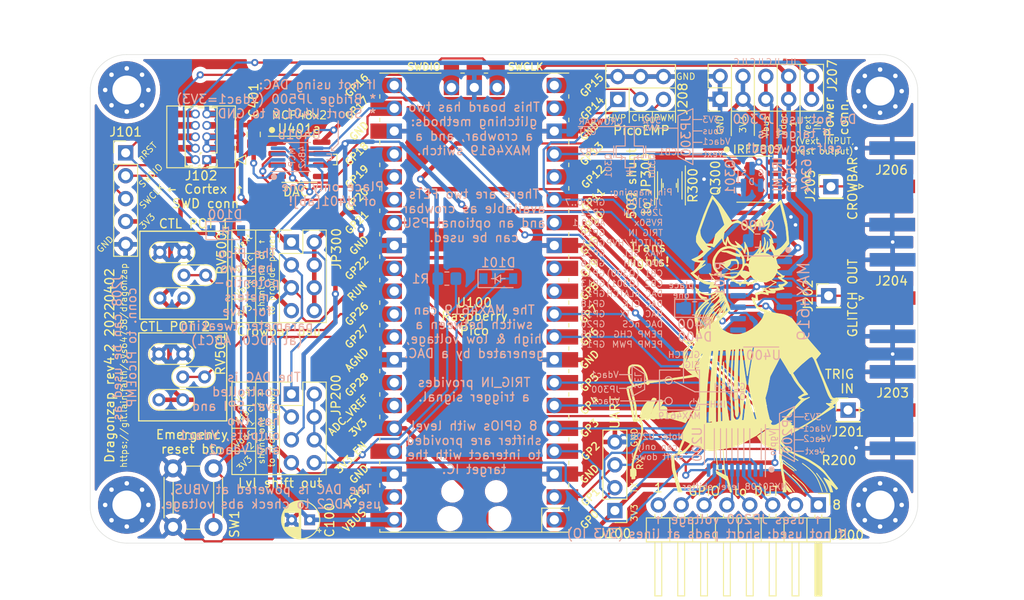
<source format=kicad_pcb>
(kicad_pcb (version 20211014) (generator pcbnew)

  (general
    (thickness 1.6)
  )

  (paper "A4")
  (title_block
    (rev "4")
  )

  (layers
    (0 "F.Cu" signal)
    (31 "B.Cu" signal)
    (32 "B.Adhes" user "B.Adhesive")
    (33 "F.Adhes" user "F.Adhesive")
    (34 "B.Paste" user)
    (35 "F.Paste" user)
    (36 "B.SilkS" user "B.Silkscreen")
    (37 "F.SilkS" user "F.Silkscreen")
    (38 "B.Mask" user)
    (39 "F.Mask" user)
    (40 "Dwgs.User" user "User.Drawings")
    (41 "Cmts.User" user "User.Comments")
    (42 "Eco1.User" user "User.Eco1")
    (43 "Eco2.User" user "User.Eco2")
    (44 "Edge.Cuts" user)
    (45 "Margin" user)
    (46 "B.CrtYd" user "B.Courtyard")
    (47 "F.CrtYd" user "F.Courtyard")
    (48 "B.Fab" user)
    (49 "F.Fab" user)
  )

  (setup
    (stackup
      (layer "F.SilkS" (type "Top Silk Screen"))
      (layer "F.Paste" (type "Top Solder Paste"))
      (layer "F.Mask" (type "Top Solder Mask") (thickness 0.01))
      (layer "F.Cu" (type "copper") (thickness 0.035))
      (layer "dielectric 1" (type "core") (thickness 1.51) (material "FR4") (epsilon_r 4.5) (loss_tangent 0.02))
      (layer "B.Cu" (type "copper") (thickness 0.035))
      (layer "B.Mask" (type "Bottom Solder Mask") (thickness 0.01))
      (layer "B.Paste" (type "Bottom Solder Paste"))
      (layer "B.SilkS" (type "Bottom Silk Screen"))
      (copper_finish "None")
      (dielectric_constraints no)
    )
    (pad_to_mask_clearance 0)
    (pcbplotparams
      (layerselection 0x00010fc_ffffffff)
      (disableapertmacros false)
      (usegerberextensions false)
      (usegerberattributes true)
      (usegerberadvancedattributes true)
      (creategerberjobfile true)
      (svguseinch false)
      (svgprecision 6)
      (excludeedgelayer true)
      (plotframeref false)
      (viasonmask false)
      (mode 1)
      (useauxorigin false)
      (hpglpennumber 1)
      (hpglpenspeed 20)
      (hpglpendiameter 15.000000)
      (dxfpolygonmode true)
      (dxfimperialunits true)
      (dxfusepcbnewfont true)
      (psnegative false)
      (psa4output false)
      (plotreference true)
      (plotvalue true)
      (plotinvisibletext false)
      (sketchpadsonfab false)
      (subtractmaskfromsilk false)
      (outputformat 1)
      (mirror false)
      (drillshape 0)
      (scaleselection 1)
      (outputdirectory "gerbers-rev4/")
    )
  )

  (net 0 "")
  (net 1 "GND")
  (net 2 "+3V3")
  (net 3 "+3.3VADC")
  (net 4 "Net-(D100-Pad1)")
  (net 5 "GPIO0")
  (net 6 "GPIO1")
  (net 7 "/controller/SWDIO")
  (net 8 "/controller/SWCLK")
  (net 9 "unconnected-(J102-Pad8)")
  (net 10 "unconnected-(J102-Pad7)")
  (net 11 "unconnected-(J102-Pad6)")
  (net 12 "Net-(J200-Pad1)")
  (net 13 "Net-(J200-Pad2)")
  (net 14 "TRIG_IN")
  (net 15 "GLITCH_OUT")
  (net 16 "Net-(J200-Pad3)")
  (net 17 "ADC0")
  (net 18 "ADC1")
  (net 19 "Net-(J200-Pad4)")
  (net 20 "Net-(J200-Pad5)")
  (net 21 "Net-(J200-Pad6)")
  (net 22 "VCC_EXT")
  (net 23 "DAC_HI")
  (net 24 "CB1_G")
  (net 25 "CB2_G")
  (net 26 "GPIO_EN")
  (net 27 "DAC_nCS")
  (net 28 "MAX_EN")
  (net 29 "GPIO2")
  (net 30 "GPIO3")
  (net 31 "GPIO4")
  (net 32 "GPIO5")
  (net 33 "GPIO6")
  (net 34 "GLITCH_SIG")
  (net 35 "GPIO7")
  (net 36 "GPIO8")
  (net 37 "GPIO9")
  (net 38 "unconnected-(U100-Pad30)")
  (net 39 "DAC_nL")
  (net 40 "DAC_CLK")
  (net 41 "DAC_TX")
  (net 42 "~{EMERG_SHDN}")
  (net 43 "unconnected-(U100-Pad39)")
  (net 44 "Net-(J200-Pad7)")
  (net 45 "DAC_LO")
  (net 46 "CROWBAR")
  (net 47 "/gpio/TAR_VCCIO")
  (net 48 "Net-(J200-Pad8)")
  (net 49 "ADC2")
  (net 50 "PICOEMP_PWM")
  (net 51 "PICOEMP_CHG")
  (net 52 "VBUS")
  (net 53 "CB_VCC")
  (net 54 "Net-(D101-Pad2)")
  (net 55 "/vccout/INHIBIT")
  (net 56 "MAX_SW_A")
  (net 57 "/vccout/hi_sel")

  (footprint "Resistor_SMD:R_0805_2012Metric_Pad1.20x1.40mm_HandSolder" (layer "F.Cu") (at 135.128 87.179 90))

  (footprint "Connector_Coaxial:SMA_Amphenol_132289_EdgeMount" (layer "F.Cu") (at 159.845 87.287))

  (footprint "MountingHole:MountingHole_3.2mm_M3_Pad_Via" (layer "F.Cu") (at 158.496 122.682))

  (footprint "Connector_PinHeader_2.54mm:PinHeader_2x04_P2.54mm_Vertical" (layer "F.Cu") (at 93.091 93.472))

  (footprint "Connector_PinHeader_2.54mm:PinHeader_2x05_P2.54mm_Vertical" (layer "F.Cu") (at 140.721 77.602 90))

  (footprint "Connector_PinHeader_2.54mm:PinHeader_1x01_P2.54mm_Vertical" (layer "F.Cu") (at 152.776 99.441))

  (footprint "Resistor_SMD:R_2010_5025Metric_Pad1.40x2.65mm_HandSolder" (layer "F.Cu") (at 135.128 87.179 90))

  (footprint "chip-bo:Potentiometer_Bourns_3386U_Vertical" (layer "F.Cu") (at 81.026 110.998))

  (footprint "Connector_PinHeader_2.54mm:PinHeader_1x08_P2.54mm_Horizontal" (layer "F.Cu") (at 151.638 122.682 -90))

  (footprint "Connector_PinHeader_2.54mm:PinHeader_2x04_P2.54mm_Vertical" (layer "F.Cu") (at 93.091 110.363))

  (footprint "Potentiometer_THT:Potentiometer_Bourns_3386F_Vertical" (layer "F.Cu") (at 78.486 99.695))

  (footprint "Connector_PinHeader_2.54mm:PinHeader_1x01_P2.54mm_Vertical" (layer "F.Cu") (at 153.03 87.317))

  (footprint "Resistor_SMD:R_0805_2012Metric_Pad1.20x1.40mm_HandSolder" (layer "F.Cu") (at 152.035 116.078 180))

  (footprint "MCU_RaspberryPi_and_Boards:RPi_Pico_SMD_TH" (layer "F.Cu") (at 113.411 100.203 180))

  (footprint "Connector_PinHeader_1.27mm:PinHeader_2x05_P1.27mm_Vertical" (layer "F.Cu") (at 83.694 84.326 180))

  (footprint "lethalbit-connectors:FTSH-105-01-L-DV-K-TR" (layer "F.Cu") (at 83.059 81.786 90))

  (footprint "Potentiometer_THT:Potentiometer_Bourns_3386F_Vertical" (layer "F.Cu") (at 78.371 110.998))

  (footprint "Resistor_SMD:R_2512_6332Metric_Pad1.40x3.35mm_HandSolder" (layer "F.Cu") (at 135.15 87.179 90))

  (footprint "chip-bo:Potentiometer_Bourns_3386U_Vertical" (layer "F.Cu") (at 81.153 99.695))

  (footprint "Capacitor_SMD:C_0805_2012Metric_Pad1.18x1.45mm_HandSolder" (layer "F.Cu") (at 88.9 81.5125 -90))

  (footprint "Capacitor_THT:CP_Radial_D4.0mm_P2.00mm" (layer "F.Cu") (at 95.123 124.333 180))

  (footprint "Resistor_SMD:R_1206_3216Metric_Pad1.30x1.75mm_HandSolder" (layer "F.Cu") (at 135.128 87.179 90))

  (footprint "MountingHole:MountingHole_3.2mm_M3_Pad_Via" (layer "F.Cu") (at 158.496 76.708))

  (footprint "Connector_PinHeader_2.54mm:PinHeader_1x01_P2.54mm_Vertical" (layer "F.Cu") (at 154.94 112.141))

  (footprint "graphics:xenia" (layer "F.Cu")
    (tedit 61C154B6) (tstamp baf18278-d51c-443e-9972-c8c9ba5d7493)
    (at 143.4789 104.902)
    (attr through_hole)
    (fp_text reference "XENIA" (at 0 0.5) (layer "F.SilkS") hide
      (effects (font (size 1 1) (thickness 0.15)))
      (tstamp 2ab096f1-5e2e-4948-88f7-ee80da352ce9)
    )
    (fp_text value "xenia" (at 0 -0.5) (layer "F.Fab")
      (effects (font (size 1 1) (thickness 0.15)))
      (tstamp fc47ad18-c916-4f04-8460-6a5fb9138c7e)
    )
    (fp_line (start -0.087449 -8.809657) (end 0.146027 -8.894909) (layer "F.SilkS") (width 0.1) (tstamp 00486478-893b-425b-a5bc-a7e44ca55943))
    (fp_line (start 2.120427 -10.202538) (end 2.241183 -10.185531) (layer "F.SilkS") (width 0.1) (tstamp 0234d303-1347-4357-9ac8-112e8e6ab5f3))
    (fp_line (start 4.330047 -6.234346) (end 4.089216 -6.498479) (layer "F.SilkS") (width 0.1) (tstamp 02d5be24-1036-4d78-b8b7-1b443d15e7c8))
    (fp_line (start 3.24756 9.045381) (end 3.4801 8.89316) (layer "F.SilkS") (width 0.1) (tstamp 0453b7e4-e0e7-4cb5-8648-bec6a813bdeb))
    (fp_line (start 0.260403 -6.891084) (end -0.332851 -6.886832) (layer "F.SilkS") (width 0.1) (tstamp 069f3316-bcd2-4604-a333-7165193738be))
    (fp_line (start -3.758068 -6.759273) (end -3.963863 -6.339774) (layer "F.SilkS") (width 0.1) (tstamp 087708f1-e1e9-4263-81e5-92e875871b86))
    (fp_line (start -9.297786 4.012324) (end -10.724534 4.222797) (layer "F.SilkS") (width 0.1) (tstamp 088a5abf-5280-4acd-9be5-182deee4161f))
    (fp_line (start 0.359176 -6.835298) (end 0.320909 -6.836064) (layer "F.SilkS") (width 0.1) (tstamp 09ddd339-86e0-4167-9e67-6513769a8304))
    (fp_line (start -11.079063 8.253324) (end -11.346087 8.129166) (layer "F.SilkS") (width 0.1) (tstamp 0a1dbe60-6997-4f4e-b4aa-4ec0085281f7))
    (fp_line (start 0.636957 -7.835127) (end 0.567013 -8.025403) (layer "F.SilkS") (width 0.1) (tstamp 0a9d52bd-4852-44a8-82f7-f0b2e974bf90))
    (fp_line (start 0.978307 -7.395325) (end 1.596288 -7.079446) (layer "F.SilkS") (width 0.1) (tstamp 0b28e9dc-79a6-45c1-9c4d-325ada2cc88d))
    (fp_line (start -0.023841 -7.012478) (end 0.260403 -6.891084) (layer "F.SilkS") (width 0.1) (tstamp 0b379b3e-c12a-4629-a430-1567b828b4a9))
    (fp_line (start -4.650002 0.989642) (end -3.764935 0.613726) (layer "F.SilkS") (width 0.1) (tstamp 0f956713-c3d9-4b4c-8b52-a74d6d57ce5b))
    (fp_line (start -0.40371 -6.811827) (end 0.321759 -6.836064) (layer "F.SilkS") (width 0.1) (tstamp 10fd1d94-746f-466c-84a0-aa85c04b7684))
    (fp_line (start 3.479802 11.455544) (end 3.948093 11.551703) (layer "F.SilkS") (width 0.1) (tstamp 1164e296-14e5-4a5e-b2f3-44f1d36e7550))
    (fp_line (start 2.98583 -11.581707) (end 2.741129 -11.748809) (layer "F.SilkS") (width 0.1) (tstamp 12ec9af5-fae0-487c-9f32-ec0f72c4cf1f))
    (fp_line (start -4.381109 -11.064391) (end -4.310739 -11.182596) (layer "F.SilkS") (width 0.1) (tstamp 13666fea-91c0-4fec-bb70-a04cdbcf337e))
    (fp_line (start -0.404795 0.395004) (end -0.462196 0.395218) (layer "F.SilkS") (width 0.1) (tstamp 1399d9fd-892e-4c6d-94d4-e65f4b8d90fb))
    (fp_line (start -1.858607 -3.896465) (end -3.018353 -2.837788) (layer "F.SilkS") (width 0.1) (tstamp 14127424-0f91-4793-8a8a-36511132b3fd))
    (fp_line (start -3.250381 11.652943) (end -2.433578 11.510927) (layer "F.SilkS") (width 0.1) (tstamp 1485f998-b07f-4385-8f35-cac19f2827b9))
    (fp_line (start -8.886174 7.308196) (end -8.901056 7.197645) (layer "F.SilkS") (width 0.1) (tstamp 156d07b6-f60e-459b-b98a-29b8c699efdc))
    (fp_line (start -12.551074 13.779714) (end -12.706696 13.860076) (layer "F.SilkS") (width 0.1) (tstamp 16a71bba-04ef-4283-a06b-f6e9ba8ea3c4))
    (fp_line (start -5.127987 3.687899) (end -5.047837 3.724891) (layer "F.SilkS") (width 0.1) (tstamp 16ec19e3-7b49-453e-80e4-246815f99f56))
    (fp_line (start 0.998035 -5.007568) (end 1.417534 -4.961009) (layer "F.SilkS") (width 0.1) (tstamp 18457aad-4f9d-4c40-a5cc-fb25084ce7be))
    (fp_line (start -5.027428 3.476363) (end -5.115231 3.542269) (layer "F.SilkS") (width 0.1) (tstamp 185cec19-d583-42a6-bbf6-9e4403a7b0ce))
    (fp_line (start -6.740291 2.002993) (end -6.697559 1.323252) (layer "F.SilkS") (width 0.1) (tstamp 19b8a416-d457-47c0-a7b0-da25cad6c5a1))
    (fp_line (start -0.007897 -7.388394) (end -0.050628 -7.071368) (layer "F.SilkS") (width 0.1) (tstamp 1c4a967a-d9ff-4163-bb2a-95ccc3501bb3))
    (fp_line (start -0.670522 -6.851881) (end -0.53786 -6.616024) (layer "F.SilkS") (width 0.1) (tstamp 1c5c7e2f-94b3-4b5e-b4ad-c0a6563fc67e))
    (fp_line (start -10.908538 4.337111) (end -10.835617 4.409819) (layer "F.SilkS") (width 0.1) (tstamp 1e0ba953-460b-4ddb-ba5b-e01c556e61f7))
    (fp_line (start 4.90149 16.307955) (end 5.210438 16.322837) (layer "F.SilkS") (width 0.1) (tstamp 1f5d8d4c-52db-4d4d-99bb-fd209dbbc195))
    (fp_line (start -1.262672 0.453299) (end -1.363656 0.468181) (layer "F.SilkS") (width 0.1) (tstamp 1f69b1f6-9fed-42d7-9e08-09f288c476bc))
    (fp_line (start 2.998458 8.928026) (end 2.798403 8.735837) (layer "F.SilkS") (width 0.1) (tstamp 1fb3f6bd-66d7-4a74-a144-ae01112ff895))
    (fp_line (start -2.982169 0.583537) (end -2.699243 0.577159) (layer "F.SilkS") (width 0.1) (tstamp 20a0f469-5ae6-4e36-8ff6-79100ece3f30))
    (fp_line (start 0.566716 -8.025531) (end 0.636661 -7.835255) (layer "F.SilkS") (width 0.1) (tstamp 21a2e357-9ad7-4e55-9783-020864723576))
    (fp_line (start -2.922258 -2.660056) (end -1.647369 -3.924825) (layer "F.SilkS") (width 0.1) (tstamp 23781219-648c-45af-8566-464b78a6f9ff))
    (fp_line (start -0.590372 -6.842654) (end -0.464088 -6.840528) (layer "F.SilkS") (width 0.1) (tstamp 23b5355a-334f-4bc1-a3a3-bcd5e8aabe03))
    (fp_line (start -0.271007 -9.616787) (end -0.136007 -9.641874) (layer "F.SilkS") (width 0.1) (tstamp 23f55bc5-218f-4c81-bcc4-297aa64fa0b2))
    (fp_line (start 7.736937 1.655947) (end 7.847488 1.605774) (layer "F.SilkS") (width 0.1) (tstamp 252382df-08a7-4b0b-8609-1072db1e998e))
    (fp_line (start -1.871555 -11.918931) (end -1.940225 -12.001419) (layer "F.SilkS") (width 0.1) (tstamp 2566906f-dee1-4d49-aa89-42683ad37200))
    (fp_line (start -2.231462 -13.327246) (end -3.235395 -12.265232) (layer "F.SilkS") (width 0.1) (tstamp 25b94296-ce9e-441c-ba5a-3999d9179a7f))
    (fp_line (start 4.695249 -11.592294) (end 4.867028 -11.229431) (layer "F.SilkS") (width 0.1) (tstamp 2609c5fc-6f5a-49bd-a40b-c12eaada5a92))
    (fp_line (start 4.588609 8.485737) (end 4.879742 8.498492) (layer "F.SilkS") (width 0.1) (tstamp 275e3c89-0d83-4a85-9571-5807c3e775e6))
    (fp_line (start 1.219052 9.973394) (end 1.334493 9.873048) (layer "F.SilkS") (width 0.1) (tstamp 276b13d7-0a57-419c-8da2-e837b16f8ff4))
    (fp_line (start 0.832973 -5.261113) (end 0.774721 -5.194995) (layer "F.SilkS") (width 0.1) (tstamp 27f73be5-5b6d-4dcd-9c2b-08178b3c0f10))
    (fp_line (start 3.878467 -6.660457) (end 3.824042 -6.69915) (layer "F.SilkS") (width 0.1) (tstamp 284e6dc9-3ac5-4cda-bd41-857fb98d4679))
    (fp_line (start -4.421864 -8.927692) (end -5.015118 -8.576139) (layer "F.SilkS") (width 0.1) (tstamp 28797dd3-5c25-40ea-9029-91b4bdf67bc8))
    (fp_line (start -6.053407 10.967866) (end -5.922871 11.018039) (layer "F.SilkS") (width 0.1) (tstamp 28d5ed17-1bf9-4c62-b49a-5fe63f5fcad7))
    (fp_line (start -3.125587 -6.648084) (end -3.692013 -6.537745) (layer "F.SilkS") (width 0.1) (tstamp 292a37f1-a8d7-4049-8d9e-d154cb6269d5))
    (fp_line (start -3.963863 -6.339774) (end -3.148187 -6.432892) (layer "F.SilkS") (width 0.1) (tstamp 29d26dd1-1c9b-4097-8348-63ab0c86a559))
    (fp_line (start -0.136007 -9.641597) (end -0.271007 -9.616511) (layer "F.SilkS") (width 0.1) (tstamp 2b1d77fe-f78d-4ff8-b505-0f28f2dbc7c6))
    (fp_line (start -2.567432 -10.399893) (end -2.567432 -10.400064) (layer "F.SilkS") (width 0.1) (tstamp 2d8c2e79-0ca6-4cac-bd97-7ed59984e6ca))
    (fp_line (start -3.612693 8.448277) (end -3.623323 8.650245) (layer "F.SilkS") (width 0.1) (tstamp 2db2a178-64e5-43fc-91c6-f6bb623ee10e))
    (fp_line (start 0.831253 0.253265) (end 1.081438 0.212021) (layer "F.SilkS") (width 0.1) (tstamp 2e9befe8-1ba6-44c4-8c0c-2f6b67d813e8))
    (fp_line (start -2.265074 13.818492) (end -2.151546 14.500359) (layer "F.SilkS") (width 0.1) (tstamp 2f15d41d-727f-4089-af4d-eed812228f8d))
    (fp_line (start -3.465554 0.613726) (end -2.982169 0.583537) (layer "F.SilkS") (width 0.1) (tstamp 2f4fca68-ad3d-42af-a65a-2dfd84c64f23))
    (fp_line (start 3.824042 -6.69915) (end 3.76579 -6.598166) (layer "F.SilkS") (width 0.1) (tstamp 2f8fab55-05ca-4686-80f5-c3c168b9b405))
    (fp_line (start 3.802463 11.057008) (end 4.193772 10.248454) (layer "F.SilkS") (width 0.1) (tstamp 2fa1b765-b805-47fc-bf33-7549704c7989))
    (fp_line (start 4.525042 15.474081) (end 4.581806 15.914436) (layer "F.SilkS") (width 0.1) (tstamp 318e2232-f227-48be-bc7e-28bc039cbe1a))
    (fp_line (start 0.320909 -6.836064) (end 0.323034 -6.596465) (layer "F.SilkS") (width 0.1) (tstamp 31dcfa14-92b3-40c0-9b7e-3e11dc0058e1))
    (fp_line (start -1.479203 -7.201053) (end -1.470699 -7.127281) (layer "F.SilkS") (width 0.1) (tstamp 321f985d-c802-49a4-b839-d957d45e8880))
    (fp_line (start -2.768188 -9.031568) (end -2.728921 -9.000571) (layer "F.SilkS") (width 0.1) (tstamp 328d1402-4958-47d2-b0f1-71018e3fb92d))
    (fp_line (start -0.523191 -6.729339) (end -0.516813 -6.620064) (layer "F.SilkS") (width 0.1) (tstamp 32e61bfc-d546-4722-ac49-cbb99c79a789))
    (fp_line (start -4.310717 -11.182319) (end -4.381087 -11.064115) (layer "F.SilkS") (width 0.1) (tstamp 3333a437-094a-4126-981c-1a90640c11d7))
    (fp_line (start -0.53786 -6.616024) (end -0.522978 -6.728701) (layer "F.SilkS") (width 0.1) (tstamp 33ea8dc4-877d-4756-9eec-56ecc269d0d6))
    (fp_line (start -2.42565 8.523069) (end -2.710361 8.529447) (layer "F.SilkS") (width 0.1) (tstamp 351d5969-2e3a-436e-a584-701985869a16))
    (fp_line (start -3.548467 -11.102808) (end -3.680278 -11.20443) (layer "F.SilkS") (width 0.1) (tstamp 36bf2b67-6c66-4f57-9dcc-180452d3e2dc))
    (fp_line (start -10.667452 4.294378) (end -10.705294 4.290126) (layer "F.SilkS") (width 0.1) (tstamp 38dc9787-3773-4a65-9eac-77f34d6df8dc))
    (fp_line (start -12.671829 14.588332) (end -12.551286 14.590458) (layer "F.SilkS") (width 0.1) (tstamp 3949f8f3-4972-460a-90a0-6906b5d7ca76))
    (fp_line (start 3.981279 10.706561) (end 3.921327 10.860227) (layer "F.SilkS") (width 0.1) (tstamp 3b861d3c-b38d-4322-b67b-d95ab0619cc6))
    (fp_line (start 9.914625 6.87845) (end 9.630849 6.725166) (layer "F.SilkS") (width 0.1) (tstamp 3bf5a303-d45e-4366-b8e2-9eef9aa4ea37))
    (fp_line (start -1.955062 14.629087) (end -1.482966 16.326622) (layer "F.SilkS") (width 0.1) (tstamp 3d234cf4-d2a0-4b1e-b0ed-33b40ca1bbce))
    (fp_line (start -2.482371 0.53921) (end -2.699349 0.578328) (layer "F.SilkS") (width 0.1) (tstamp 3d6a7394-0229-439d-98ea-24fb7b7d0870))
    (fp_line (start -5.819251 -0.058596) (end -5.782259 -0.164257) (layer "F.SilkS") (width 0.1) (tstamp 3ecd5e71-045c-45dd-959d-3e97c8e33089))
    (fp_line (start -3.785279 -2.270788) (end -4.94377 -1.700982) (layer "F.SilkS") (width 0.1) (tstamp 3f60471a-e684-4c40-916a-dc05757982ce))
    (fp_line (start 3.76579 -6.598166) (end 3.956065 -6.349596) (layer "F.SilkS") (width 0.1) (tstamp 3f775266-cc7f-49e6-b89d-e69ba5f3895e))
    (fp_line (start 3.761942 -7.448985) (end 4.562098 -6.916851) (layer "F.SilkS") (width 0.1) (tstamp 401fc27b-55c2-4d17-b7a9-17271cdee251))
    (fp_line (start -3.619092 -4.014223) (end -4.053048 -3.440186) (layer "F.SilkS") (width 0.1) (tstamp 41e173df-b769-4562-86b0-af2aff66057d))
    (fp_line (start 0.321759 -6.836064) (end 0.360027 -6.835298) (layer "F.SilkS") (width 0.1) (tstamp 43797be8-9d42-485f-bc6b-0544d45927b2))
    (fp_line (start 10.256122 6.014427) (end 10.165768 5.934065) (layer "F.SilkS") (width 0.1) (tstamp 4459b91b-d937-4427-a170-e7027c4df452))
    (fp_line (start -1.482966 16.326622) (end -1.613502 16.326622) (layer "F.SilkS") (width 0.1) (tstamp 46605a33-9342-4627-adea-08a0c3dd1775))
    (fp_line (start -2.364145 -5.272232) (end -2.325452 -5.192508) (layer "F.SilkS") (width 0.1) (tstamp 47476406-4d27-4820-aefe-eb91485cd792))
    (fp_line (start -1.200487 -7.170056) (end -1.200487 -7.170056) (layer "F.SilkS") (width 0.1) (tstamp 47bd3e42-5e60-4145-b4ff-ba2ead23635e))
    (fp_line (start -10.724534 4.222797) (end -10.772326 4.101105) (layer "F.SilkS") (width 0.1) (tstamp 487c4890-ae05-4d1e-8757-f717bdd9f770))
    (fp_line (start -1.29977 -7.131533) (end -0.950173 -6.910133) (layer "F.SilkS") (width 0.1) (tstamp 48f5ac3f-19ad-4208-9449-373c6d6bed43))
    (fp_line (start -0.419655 -9.922015) (end -0.584419 -9.95518) (layer "F.SilkS") (width 0.1) (tstamp 499f0043-d011-4c69-b76f-552cc2e709c0))
    (fp_line (start -10.859577 4.243461) (end -10.870207 4.151406) (layer "F.SilkS") (width 0.1) (tstamp 4b724a58-7782-4fb0-85bb-73cee8bfacec))
    (fp_line (start -3.623323 8.650245) (end -4.324302 8.722316) (layer "F.SilkS") (width 0.1) (tstamp 4c7ee18f-1e28-4990-b358-0d20ba5f3a19))
    (fp_line (start 2.278047 -6.178114) (end 2.254661 -6.053744) (layer "F.SilkS") (width 0.1) (tstamp 4cd7b6b4-85c9-4884-8f10-e79b6ed8c90b))
    (fp_line (start -10.857408 4.242058) (end -10.859577 4.243461) (layer "F.SilkS") (width 0.1) (tstamp 4cf1650d-f012-4b15-ad31-a94564f120f8))
    (fp_line (start 0.636661 -7.835255) (end 0.978307 -7.395325) (layer "F.SilkS") (width 0.1) (tstamp 4d1172a0-a1e6-4e5d-b676-3dfbdc70f814))
    (fp_line (start 4.368889 -7.671512) (end 4.228999 -7.648126) (layer "F.SilkS") (width 0.1) (tstamp 4ea04a5a-7a78-43fb-87d5-86eb2afcea5f))
    (fp_line (start 10.027621 6.192797) (end 10.256122 6.014427) (layer "F.SilkS") (width 0.1) (tstamp 51b18456-8852-4cce-ad37-628dd1c4103a))
    (fp_line (start 0.975627 -7.108827) (end 0.990509 -7.046749) (layer "F.SilkS") (width 0.1) (tstamp 52064152-4b25-4796-8ab1-2e49f3df562c))
    (fp_line (start 5.077543 8.647949) (end 4.922346 8.701524) (layer "F.SilkS") (width 0.1) (tstamp 53bc95a0-a6b5-4bd3-8806-205d384c6e1c))
    (fp_line (start -2.943709 -5.906668) (end -2.916242 -5.843484) (layer "F.SilkS") (width 0.1) (tstamp 54c05bf1-249d-4ed0-aee6-f8cef4715275))
    (fp_line (start 4.587334 8.28802) (end 4.484224 8.388366) (layer "F.SilkS") (width 0.1) (tstamp 54d05816-bdfa-450b-939f-fffbc2d3c01c))
    (fp_line (start -3.764935 0.613726) (end -3.465554 0.613726) (layer "F.SilkS") (width 0.1) (tstamp 56614d25-92fe-4928-ba13-f50ff5bf48ed))
    (fp_line (start 5.210438 16.322837) (end 4.525042 15.474081) (layer "F.SilkS") (width 0.1) (tstamp 57d20178-cd72-4cdf-a6b0-742aea76d37b))
    (fp_line (start -0.446932 -6.922464) (end -0.749927 -6.933093) (layer "F.SilkS") (width 0.1) (tstamp 58166378-73e4-4c77-abf1-b61da426c963))
    (fp_line (start -7.002722 16.306531) (end -7.404278 16.31157) (layer "F.SilkS") (width 0.1) (tstamp 5964804a-9ffe-4905-9f1b-c960fc5465a3))
    (fp_line (start -8.901056 7.197645) (end -8.941025 7.197645) (layer "F.SilkS") (width 0.1) (tstamp 59f58cc4-3f08-4913-804c-7831fc56d6da))
    (fp_line (start 1.092131 -7.182599) (end 0.975627 -7.108827) (layer "F.SilkS") (width 0.1) (tstamp 5ac91684-976e-43dc-b66d-88fa3cf7602b))
    (fp_line (start 7.847488 1.605774) (end 8.38802 0.97155) (layer "F.SilkS") (width 0.1) (tstamp 5c52001a-44b6-4827-8867-9a065693af27))
    (fp_line (start 5.416744 9.020209) (end 5.234122 9.134162) (layer "F.SilkS") (width 0.1) (tstamp 5c5e0318-a0e1-4f94-8225-4bad5445ea6d))
    (fp_line (start 9.500845 16.316587) (end 9.731897 16.316587) (layer "F.SilkS") (width 0.1) (tstamp 5cdfe313-8605-4373-9a45-7b9f1b58e8c5))
    (fp_line (start -12.612153 4.669636) (end -12.765862 4.730652) (layer "F.SilkS") (width 0.1) (tstamp 5d6e084a-605f-4d05-bcd6-23a747bd3e0e))
    (fp_line (start -5.125052 3.690641) (end -5.114422 3.531405) (layer "F.SilkS") (width 0.1) (tstamp 5e0252fd-2729-4e36-b2cc-c7766dba6189))
    (fp_line (start -12.765862 4.730652) (end -12.281945 6.716322) (layer "F.SilkS") (width 0.1) (tstamp 5e807c14-eb72-4699-ac5c-0e22b3b90689))
    (fp_line (start -3.415423 -5.326615) (end -3.508541 -5.332993) (layer "F.SilkS") (width 0.1) (tstamp 5ef3d067-71f0-41ac-ba39-98068649edc9))
    (fp_line (start -3.680278 -11.20443) (end -4.310717 -11.182319) (layer "F.SilkS") (width 0.1) (tstamp 600a3b4b-ae4b-4461-b5a0-b102a630e6e4))
    (fp_line (start -0.516813 -6.620064) (end -0.40371 -6.811827) (layer "F.SilkS") (width 0.1) (tstamp 606c3e55-7d61-412d-adac-41bf5f1f1a73))
    (fp_line (start -3.763999 0.614406) (end -4.65096 0.989557) (layer "F.SilkS") (width 0.1) (tstamp 61bd4437-060d-40c1-add9-cb29405c70c7))
    (fp_line (start -12.324316 14.531951) (end -12.328568 14.687573) (layer "F.SilkS") (width 0.1) (tstamp 61d9b81b-8499-4933-91ed-7a8972810007))
    (fp_line (start -6.730724 2.520138) (end -6.790889 2.401721) (layer "F.SilkS") (width 0.1) (tstamp 62b6ceae-4979-4c7f-9abb-9d942b9ab846))
    (fp_line (start -0.023819 -7.012265) (end -0.050733 -7.071495) (layer "F.SilkS") (width 0.1) (tstamp 633ad3b8-63c2-4a66-ba43-ec1b2327d590))
    (fp_line (start 2.575111 -5.582519) (end 2.566607 -5.800008) (layer "F.SilkS") (width 0.1) (tstamp 6349601a-3c16-49a3-9c53-44ba3301fa17))
    (fp_line (start -12.123177 8.513863) (end -11.715753 8.379501) (layer "F.SilkS") (width 0.1) (tstamp 634c972d-457b-4606-97bd-158cc6774626))
    (fp_line (start -1.200487 -7.170056) (end -1.189857 -7.253607) (layer "F.SilkS") (width 0.1) (tstamp 644c1aa7-bb47-43ff-9985-f1193c633b37))
    (fp_line (start -0.097144 8.381542) (end -0.383216 8.400676) (layer "F.SilkS") (width 0.1) (tstamp 64d7714a-7974-44e3-aea4-f93dec72bbab))
    (fp_line (start -2.982275 0.584047) (end -3.46566 0.614236) (layer "F.SilkS") (width 0.1) (tstamp 65672bfe-b9ee-41a0-973c-1f20f79e074b))
    (fp_line (start -0.522978 -6.728701) (end -0.590372 -6.842654) (layer "F.SilkS") (width 0.1) (tstamp 66ae6362-5d73-429e-895c-b93ac4034e8b))
    (fp_line (start -2.922257 -2.659503) (end -3.018352 -2.837236) (layer "F.SilkS") (width 0.1) (tstamp 67696688-aeb4-4c05-bfdd-17ff57e0fa8a))
    (fp_line (start 4.463814 8.29865) (end 4.587334 8.28802) (layer "F.SilkS") (width 0.1) (tstamp 6adb7440-4967-4c53-ab45-3e8efe9276db))
    (fp_line (start -0.552019 -7.920528) (end -0.353877 -8.180791) (layer "F.SilkS") (width 0.1) (tstamp 6b210527-4628-4b35-bcc0-57c051da3023))
    (fp_line (start 1.550897 -10.19699) (end 1.669101 -10.238234) (layer "F.SilkS") (width 0.1) (tstamp 6f6d94a2-ff06-468f-93cb-7d1121493be0))
    (fp_line (start 5.099335 3.181341) (end 5.269838 3.103317) (layer "F.SilkS") (width 0.1) (tstamp 6faf2824-be38-492e-a01b-4c105834407a))
    (fp_line (start -4.244621 -5.197036) (end -4.324345 -5.268894) (layer "F.SilkS") (width 0.1) (tstamp 6fe73f15-5d69-4a4e-893e-03eb09e9b7d7))
    (fp_line (start 1.655283 -10.326037) (end 1.550897 -10.19699) (layer "F.SilkS") (width 0.1) (tstamp 71407632-595c-426e-b6ae-4fb2a403e147))
    (fp_line (start 1.551599 -10.196373) (end 1.654071 -10.325909) (layer "F.SilkS") (width 0.1) (tstamp 71e17ce2-3f5c-4367-9839-08c5c57f36de))
    (fp_line (start -10.85964 4.243567) (end -10.851137 4.309473) (layer "F.SilkS") (width 0.1) (tstamp 7222796c-3f24-42f8-95ec-33d97cdbe82f))
    (fp_line (start -10.870207 4.151406) (end -12.356801 4.505467) (layer "F.SilkS") (width 0.1) (tstamp 7332bdd2-7696-49e9-b942-e09fe05346ae))
    (fp_line (start -12.555538 14.874192) (end -12.244166 14.849105) (layer "F.SilkS") (width 0.1) (tstamp 73bf2484-d5f9-4ce1-ab83-d710b7907529))
    (fp_line (start -0.050628 -7.071368) (end -0.023841 -7.012478) (layer "F.SilkS") (width 0.1) (tstamp 75ebcaaf-8f91-4bce-95da-35daf284b36b))
    (fp_line (start -2.023604 -4.398792) (end -2.056557 -4.497672) (layer "F.SilkS") (width 0.1) (tstamp 76bcc96a-79c2-4aa1-a653-745cf373720e))
    (fp_line (start 0.360027 -6.835298) (end 0.467176 -6.79129) (layer "F.SilkS") (width 0.1) (tstamp 7879fd6d-8523-40e9-ac87-65ed2628002c))
    (fp_line (start 3.26967 -5.791504) (end 3.374481 -5.900354) (layer "F.SilkS") (width 0.1) (tstamp 78c24dc1-6743-421c-b77c-2fe33b473e4c))
    (fp_line (start -1.470699 -7.127281) (end -1.29977 -7.131533) (layer "F.SilkS") (width 0.1) (tstamp 7923463f-888c-4fc0-b98f-03078496b1b6))
    (fp_line (start 1.596288 -7.079446) (end 2.337853 -6.991643) (layer "F.SilkS") (width 0.1) (tstamp 7a78aae9-59d5-44fd-a5a4-d12a5851aac3))
    (fp_line (start -6.744393 10.596839) (end -5.920744 11.018719) (layer "F.SilkS") (width 0.1) (tstamp 7af554a0-1aea-4bf6-b62d-f529a38d9de6))
    (fp_line (start 3.74706 -7.542316) (end 3.761942 -7.448985) (layer "F.SilkS") (width 0.1) (tstamp 7d46158a-6f68-4d38-be89-e25c900413e7))
    (fp_line (start 3.948093 11.551703) (end 3.802463 11.057008) (layer "F.SilkS") (width 0.1) (tstamp 7f1cd457-f3e0-4118-9041-74f0c4e433d8))
    (fp_line (start 3.952132 10.372397) (end 3.479802 11.455544) (layer "F.SilkS") (width 0.1) (tstamp 7f25c6dd-2bd2-4dba-b030-ccbee8cc0425))
    (fp_line (start 4.867007 -11.229325) (end 4.695227 -11.592231) (layer "F.SilkS") (width 0.1) (tstamp 801e609c-68c5-4efc-a779-888769f67fd8))
    (fp_line (start 9.552655 6.270651) (end 9.957527 6.281281) (layer "F.SilkS") (width 0.1) (tstamp 816dc656-ef63-4b7e-ba23-93c421a09dd9))
    (fp_line (start -10.835617 4.409819) (end -10.692538 4.354544) (layer "F.SilkS") (width 0.1) (tstamp 81a6647b-fb92-470f-859a-839cff2bfa41))
    (fp_line (start -2.265074 13.81847) (end -2.435578 11.510119) (layer "F.SilkS") (width 0.1) (tstamp 823a9a53-cb4b-4f57-9558-1ba1cf975f33))
    (fp_line (start 5.09942 3.182085) (end 5.099335 3.181341) (layer "F.SilkS") (width 0.1) (tstamp 832a8494-eaf2-41bb-a79b-9bd3869ba972))
    (fp_line (start -2.839558 -5.555073) (end -2.839345 -5.555094) (layer "F.SilkS") (width 0.1) (tstamp 84ce0be5-0412-4bdd-83e3-854a7a710ced))
    (fp_line (start -2.790809 -5.240427) (end -2.57719 -5.718179) (layer "F.SilkS") (width 0.1) (tstamp 84d2254b-f203-44d6-b45c-79b312eb19ef))
    (fp_line (start -3.983039 8.479741) (end -3.612693 8.448277) (layer "F.SilkS") (width 0.1) (tstamp 881ba6c1-962a-43e8-acdf-1c75a4cb2656))
    (fp_line (start 2.911548 -11.493032) (end 3.13129 -11.295316) (layer "F.SilkS") (width 0.1) (tstamp 8b34cb3e-4808-4723-abeb-99f377bbe23f))
    (fp_line (start -0.578892 -9.823156) (end -0.419655 -9.922015) (layer "F.SilkS") (width 0.1) (tstamp 8b609dc3-d402-489e-93c7-a8286dd10662))
    (fp_line (start -3.013421 -6.014668) (end -3.06859 -6.173224) (layer "F.SilkS") (width 0.1) (tstamp 902a411f-6335-4f06-8cf1-f0ed80a2cb8a))
    (fp_line (start -0.332851 -6.886832) (end -0.023819 -7.012265) (layer "F.SilkS") (width 0.1) (tstamp 910b5ca3-160a-4289-ac0e-edddfbb8cc23))
    (fp_line (start 4.879742 8.498492) (end 4.786411 8.608406) (layer "F.SilkS") (width 0.1) (tstamp 92425964-3db1-4a0a-86ee-ecbd90311ff8))
    (fp_line (start -2.68655 -9.085993) (end -2.768188 -9.031568) (layer "F.SilkS") (width 0.1) (tstamp 92f206ba-0b74-4aff-a139-97255e30fd4b))
    (fp_line (start -2.699243 0.577159) (end -2.482265 0.538041) (layer "F.SilkS") (width 0.1) (tstamp 9374eae1-1721-491f-8000-bfbbb5c8d606))
    (fp_line (start 5.423717 9.377374) (end 5.570623 9.455611) (layer "F.SilkS") (width 0.1) (tstamp 946a8f93-f8a6-49ed-be65-22cf14da1914))
    (fp_line (start -10.705294 4.290126) (end -10.773113 4.101764) (layer "F.SilkS") (width 0.1) (tstamp 96b8b711-f40d-4aae-a044-c048034ee1fe))
    (fp_line (start 3.55787 -8.163018) (end 3.585933 -8.535108) (layer "F.SilkS") (width 0.1) (tstamp 97eaa1e2-9166-4553-a1d6-ea99a7ba73fb))
    (fp_line (start -2.093805 0.514655) (end -1.899489 4.624204) (layer "F.SilkS") (width 0.1) (tstamp 9a3dec6c-1ff7-4f04-98b4-bff75dbe2572))
    (fp_line (start -7.212683 10.307067) (end -6.744393 10.596839) (layer "F.SilkS") (width 0.1) (tstamp 9aa35107-bd21-4263-aaeb-f87889d0726a))
    (fp_line (start -8.961434 7.519094) (end -8.918702 7.383456) (layer "F.SilkS") (width 0.1) (tstamp 9c77e549-bc3d-407e-a17f-1f44a0465725))
    (fp_line (start 9.062594 6.501448) (end 9.545575 6.870816) (layer "F.SilkS") (width 0.1) (tstamp 9d0a9958-db67-4fa2-a63a-2635acbcaff5))
    (fp_line (start 1.219116 9.972799) (end 1.219052 9.973394) (layer "F.SilkS") (width 0.1) (tstamp 9d53a803-c2dd-44df-9adf-3a36ecbb9623))
    (fp_line (start -10.851137 4.309473) (end -10.908538 4.337111) (layer "F.SilkS") (width 0.1) (tstamp 9d93c53b-c8ce-4a41-8871-5169db872dd3))
    (fp_line (start -0.464088 -6.840528) (end -0.523191 -6.729339) (layer "F.SilkS") (width 0.1) (tstamp 9f3effa9-36c1-499e-8002-787a37d4e90a))
    (fp_line (start -12.443584 14.541092) (end -12.110825 14.518557) (layer "F.SilkS") (width 0.1) (tstamp 9f755b79-98ed-4b7f-b7d5-fc8b011a6083))
    (fp_line (start -0.462154 0.396301) (end -0.404752 0.396089) (layer "F.SilkS") (width 0.1) (tstamp a03f12ee-4c0a-46b5-9d34-c9c5f676bfdc))
    (fp_line (start -0.753754 -8.930796) (end -0.760132 -9.099812) (layer "F.SilkS") (width 0.1) (tstamp a2514bdf-7683-4b2c-bb81-487c8fa57d73))
    (fp_line (start 2.798403 8.735837) (end 2.94212 8.502787) (layer "F.SilkS") (width 0.1) (tstamp a25f08da-163d-4d49-ab74-017e99d1903e))
    (fp_line (start 3.301453 -9.46597) (end 3.588121 -8.53481) (layer "F.SilkS") (width 0.1) (tstamp a261e796-25d7-477c-be76-97f041d1e6b6))
    (fp_line (start -12.208875 14.527699) (end -12.324316 14.531951) (layer "F.SilkS") (width 0.1) (tstamp a273aabd-9b0c-4eb2-9ce1-0a72077650f3))
    (fp_line (start 10.153777 16.03534) (end 10.286013 15.948388) (layer "F.SilkS") (width 0.1) (tstamp a2a59f0e-cde4-498b-8904-d92a12bff2f0))
    (fp_line (start -1.612056 0.483573) (end -1.363486 0.468691) (layer "F.SilkS") (width 0.1) (tstamp a2fc975e-e27d-4dbe-8a0b-341931ded9a6))
    (fp_line (start 5.58019 9.318272) (end 5.423717 9.377374) (layer "F.SilkS") (width 0.1) (tstamp a323f70c-afa2-4c2a-b732-5b77a8cbc996))
    (fp_line (start -1.472081 8.437583) (end -1.785579 8.469473) (layer "F.SilkS") (width 0.1) (tstamp a4c343d5-a6fd-4619-9a83-930a86997c7d))
    (fp_line (start -8.918702 7.383456) (end -8.770521 7.262913) (layer "F.SilkS") (width 0.1) (tstamp a71b8db9-7af6-4a4f-a0c5-fd086e8c47a8))
    (fp_line (start 0.017488 -7.081572) (end 0.065961 -7.361267) (layer "F.SilkS") (width 0.1) (tstamp a77dd63f-3f22-4865-9e78-693ed1d0221c))
    (fp_line (start -0.714593 0.406931) (end -0.462154 0.396301) (layer "F.SilkS") (width 0.1) (tstamp a858f438-2835-4c8f-8f9f-d091eac5a697))
    (fp_line (start 0.365554 -6.704763) (end 0.359176 -6.835298) (layer "F.SilkS") (width 0.1) (tstamp a8bb4afa-35b0-41db-8d99-8ea42d121830))
    (fp_line (start -4.017458 -4.642983) (end -4.118655 -4.734613) (layer "F.SilkS") (width 0.1) (tstamp a9a751bd-7c65-4095-9e42-f665535dba2e))
    (fp_line (start 2.337853 -6.991643) (end 2.882955 -7.225459) (layer "F.SilkS") (width 0.1) (tstamp a9d6e118-1126-476c-be4f-98f751cb96f6))
    (fp_line (start -12.091032 8.313426) (end -12.251756 8.313426) (layer "F.SilkS") (width 0.1) (tstamp ab2163be-385c-49c1-84b2-d21172b217d2))
    (fp_line (start -3.195575 14.016357) (end -1.955062 14.629087) (layer "F.SilkS") (width 0.1) (tstamp abc144f2-0768-45ca-8040-fb36089127a7))
    (fp_line (start -10.87027 4.151512) (end -10.85964 4.243567) (layer "F.SilkS") (width 0.1) (tstamp ac2b5221-dae8-473a-b258-1240f226ee32))
    (fp_line (start -6.083766 0.076404) (end -5.819251 -0.058596) (layer "F.SilkS") (width 0.1) (tstamp ae1a820b-f252-45fc-a06e-4a7cb7959ffc))
    (fp_line (start -0.404752 0.396089) (end -0.142746 0.3659) (layer "F.SilkS") (width 0.1) (tstamp aefe398d-e17c-4e19-992b-b360a5a5a779))
    (fp_line (start 5.004133 3.149642) (end 5.10129 3.181957) (layer "F.SilkS") (width 0.1) (tstamp afaa94e1-65c3-4b6f-9c68-5ac59bc472d1))
    (fp_line (start 10.384191 6.087349) (end 10.027621 6.192797) (layer "F.SilkS") (width 0.1) (tstamp afd35155-2680-4da0-a254-feec9f925517))
    (fp_line (start 2.241183 -10.185531) (end 2.422529 -10.528877) (layer "F.SilkS") (width 0.1) (tstamp b12cdff5-1a28-488f-bb8d-4bd1944d9750))
    (fp_line (start 10.286013 15.948388) (end 8.789979 14.029963) (layer "F.SilkS") (width 0.1) (tstamp b19cabe8-0c6d-451e-bfeb-2fcea82d2608))
    (fp_line (start -3.195469 14.016336) (end -3.195575 14.016357) (layer "F.SilkS") (width 0.1) (tstamp b29c3d1a-bb57-4e68-88ff-a0471bee36d3))
    (fp_line (start -4.555758 -1.880139) (end -4.770185 -1.786787) (layer "F.SilkS") (width 0.1) (tstamp b3396681-51a0-4ddb-b63f-251412419335))
    (fp_line (start -0.950855 -13.622907) (end -0.731411 -13.622907) (layer "F.SilkS") (width 0.1) (tstamp b3d452e4-0558-44e2-b1c9-373e568f7de0))
    (fp_line (start -1.389912 -7.251651) (end -1.479203 -7.201053) (layer "F.SilkS") (width 0.1) (tstamp b4248c5b-0aa5-47e6-8c9f-dcd81c5483ee))
    (fp_line (start -3.692013 -6.537745) (end -3.495785 -6.948273) (layer "F.SilkS") (width 0.1) (tstamp b498dffb-cfee-4cb0-974c-848e3f710666))
    (fp_line (start -2.548723 -6.087781) (end -2.738786 -5.688011) (layer "F.SilkS") (width 0.1) (tstamp b71d1072-ae2d-49ad-8cc4-6755a10b9d34))
    (fp_line (start -2.482265 0.538041) (end -2.093805 0.514655) (layer "F.SilkS") (width 0.1) (tstamp b7256dee-230d-4653-bad5-866a3ef6aa44))
    (fp_line (start 4.267905 -7.539488) (end 4.368889 -7.671512) (layer "F.SilkS") (width 0.1) (tstamp b87dacec-d770-4fac-bfe1-efb923046bde))
    (fp_line (start -1.189857 -7.253607) (end -1.389912 -7.251651) (layer "F.SilkS") (width 0.1) (tstamp ba403a2a-5472-4226-a5d1-0a23e7d66edd))
    (fp_line (start -8.770521 7.262913) (end -8.810915 7.21274) (layer "F.SilkS") (width 0.1) (tstamp bbce8f98-4aca-469a-9837-32a9818170a6))
    (fp_line (start 5.10129 3.181957) (end 5.271794 3.103934) (layer "F.SilkS") (width 0.1) (tstamp bcaa163f-1a67-400f-b78e-c162f92c8e47))
    (fp_line (start -5.115231 3.542269) (end -5.127987 3.687899) (layer "F.SilkS") (width 0.1) (tstamp bd3ba98d-d2d7-4d86-9b2d-33dad2eac79f))
    (fp_line (start -13.04073 4.7092) (end -13.11599 4.844838) (layer "F.SilkS") (width 0.1) (tstamp bfe0cc57-3c62-4d4e-b119-5e8302e94e4d))
    (fp_line (start 2.94212 8.502787) (end 2.707113 8.306559) (layer "F.SilkS") (width 0.1) (tstamp c09fd7f1-a334-4ec4-a220-e985605306ee))
    (fp_line (start -6.790889 2.401721) (end -6.940346 2.395343) (layer "F.SilkS") (width 0.1) (tstamp c32eaa5b-78c2-4826-b43f-df6d970efaf8))
    (fp_line (start -5.65404 3.373126) (end -5.490765 3.472622) (layer "F.SilkS") (width 0.1) (tstamp c340e49e-f635-4f5a-8d46-5b209fa63b31))
    (fp_line (start 3.557401 -8.162274) (end 3.530613 -8.09403) (layer "F.SilkS") (width 0.1) (tstamp c4d70ee4-e581-49d7-a356-429f4c894ae1))
    (fp_line (start -5.490765 3.472622) (end -7.838808 3.820986) (layer "F.SilkS") (width 0.1) (tstamp c4e22290-d247-4c4b-b64f-48ce69f7dada))
    (fp_line (start 0.426188 -8.688901) (end 0.566716 -8.025531) (layer "F.SilkS") (width 0.1) (tstamp c4f4a549-e6f5-496a-9563-4a841ee07124))
    (fp_line (start -6.682039 1.944741) (end -6.740291 2.002993) (layer "F.SilkS") (width 0.1) (tstamp c56f63ab-855c-40f2-a369-d65080c720e0))
    (fp_line (start -5.020625 -8.48823) (end -4.421864 -8.927692) (layer "F.SilkS") (width 0.1) (tstamp c5c5c032-e127-4fa8-a41a-e56835647d83))
    (fp_line (start -10.692538 4.354544) (end -10.667452 4.294378) (layer "F.SilkS") (width 0.1) (tstamp c63d6947-c16a-4323-b8e9-fceaef7fae24))
    (fp_line (start -1.975132 15.030877) (end -3.120209 14.292586) (layer "F.SilkS") (width 0.1) (tstamp c779cb0c-e4dc-4efc-a060-908bf2219140))
    (fp_line (start 0.467176 -6.79129) (end 0.365554 -6.704763) (layer "F.SilkS") (width 0.1) (tstamp c8d97f64-7ec8-4828-ba9c-6b5dbff61d09))
    (fp_line (start 1.242735 10.054437) (end 1.22105 9.974287) (layer "F.SilkS") (width 0.1) (tstamp c90a00d0-330b-4c41-b70b-f2fa9a4872f9))
    (fp_line (start -0.529952 -10.830745) (end -0.519322 -10.91047) (layer "F.SilkS") (width 0.1) (tstamp c98b6b93-a8bf-4e8e-9209-5193020a22ea))
    (fp_line (start 0.52883 -6.767394) (end 0.711452 -6.798434) (layer "F.SilkS") (width 0.1) (tstamp c9afd472-cccf-4bbe-8af9-24511c6156cc))
    (fp_line (start -1.363486 0.468691) (end -1.262502 0.453809) (layer "F.SilkS") (width 0.1) (tstamp ca2e7f26-faa9-4dde-abaf-6ceac0b54c42))
    (fp_line (start 7.845447 1.604775) (end 7.734896 1.654948) (layer "F.SilkS") (width 0.1) (tstamp cb2c9fda-e077-4170-8f98-a0a66ff895c7))
    (fp_line (start 0.503041 -13.110056) (end -0.809837 -13.824748) (layer "F.SilkS") (width 0.1) (tstamp cb3bfe3f-4ce5-447c-b68a-f0b9a64fb392))
    (fp_line (start -2.951363 8.57658) (end -3.253891 8.612296) (layer "F.SilkS") (width 0.1) (tstamp cbf1796f-59d0-4555-8c14-9d192dd57bfb))
    (fp_line (start 1.355455 -5.598039) (end 1.813796 -5.730063) (layer "F.SilkS") (width 0.1) (tstamp cf34bccf-cdde-4b03-a71d-39e082be13a7))
    (fp_line (start -8.941025 7.197645) (end -9.07156 7.624543) (layer "F.SilkS") (width 0.1) (tstamp cf89459e-fd92-4e68-9587-f252ddcdb6a3))
    (fp_line (start -0.699988 -7.763205) (end -0.552019 -7.920528) (layer "F.SilkS") (width 0.1) (tstamp cfa9ca81-e166-49c3-8ece-ea2d2f4b969d))
    (fp_line (start 4.58187 15.913755) (end 4.90149 16.307955) (layer "F.SilkS") (width 0.1) (tstamp d246b720-0b90-496e-9a97-54995820586e))
    (fp_line (start -2.951363 8.57658) (end -2.951363 8.57658) (layer "F.SilkS") (width 0.1) (tstamp d3f18f6f-df87-411a-a9b0-ea9d01654407))
    (fp_line (start 2.196154 -10.312303) (end 2.152146 -10.847902) (layer "F.SilkS") (width 0.1) (tstamp d432040b-8383-421c-8988-1e75af44816f))
    (fp_line (start 4.773995 8.430886) (end 4.588609 8.485737) (layer "F.SilkS") (width 0.1) (tstamp d4ec1f91-d46c-477e-8058-9652008afc58))
    (fp_line (start -2.839345 -5.555094) (end -2.87251 -5.653953) (layer "F.SilkS") (width 0.1) (tstamp d698486e-a46f-41e1-840d-4d67884bd3e3))
    (fp_line (start 0.823747 -9.734949) (end 1.307154 -10.144201) (layer "F.SilkS") (width 0.1) (tstamp d8c674a4-0e15-4f14-8afc-3fe5709d5bde))
    (fp_line (start -2.954021 13.8895) (end -2.265074 13.818492) (layer "F.SilkS") (width 0.1) (tstamp d8d04551-5dca-4c10-a227-c69f8709819d))
    (fp_line (start -2.058896 -8.588768) (end -1.816151 -8.800516) (layer "F.SilkS") (width 0.1) (tstamp d9974485-27a7-4a5b-8212-d6d6a76806c7))
    (fp_line (start -12.281945 6.716322) (end -12.091032 8.313426) (layer "F.SilkS") (width 0.1) (tstamp da98a90c-a8ad-4955-ac32-20748eb25336))
    (fp_line (start 3.531508 -8.094774) (end 3.55787 -8.163018) (layer "F.SilkS") (width 0.1) (tstamp ddce5d33-f931-4b78-8608-df870869e452))
    (fp_line (start 7.162964 1.383481) (end 7.487049 1.25167) (layer "F.SilkS") (width 0.1) (tstamp dff82fbe-ee79-44c3-8e77-55b4b643c5a8))
    (fp_line (start 0.146027 -8.894909) (end 0.426188 -8.688901) (layer "F.SilkS") (width 0.1) (tstamp e00859b8-20fb-47f3-80aa-68a67bfcd82a))
    (fp_line (start -0.353877 -8.180791) (end -0.087449 -8.809657) (layer "F.SilkS") (width 0.1) (tstamp e38b6853-bdca-4f8b-864b-9f909d27b0df))
    (fp_line (start -1.613502 16.326622) (end -1.975132 15.030877) (layer "F.SilkS") (width 0.1) (tstamp e3eefb2c-367e-42ae-ab55-468b9c80597b))
    (fp_line (start 2.371165 -5.944893) (end 2.433244 -5.750579) (layer "F.SilkS") (width 0.1) (tstamp e7593b06-b8bc-4cd9-8175-3318f0857ad6))
    (fp_line (start -12.503345 4.528492) (end -13.04073 4.7092) (layer "F.SilkS") (width 0.1) (tstamp e77cdda7-426f-4d81-947d-3531bcb14e2b))
    (fp_line (start -11.346087 8.129166) (end -11.962622 8.269056) (layer "F.SilkS") (width 0.1) (tstamp e830d834-92c8-4727-8cea-5594534f3119))
    (fp_line (start -8.810915 7.21274) (end -8.886174 7.308196) (layer "F.SilkS") (width 0.1) (tstamp e8427703-debe-4022-822d-163d4fc97756))
    (fp_line (start 4.58187 15.913862) (end 4.53935 16.318734) (layer "F.SilkS") (width 0.1) (tstamp e8534302-6424-42b3-84cb-491a71f2e92e))
    (fp_line (start 2.164541 -3.875056) (end 2.231509 -3.690096) (layer "F.SilkS") (width 0.1) (tstamp ea8d659e-f49d-4a76-bf10-365380e1fbec))
    (fp_line (start -2.468552 -5.478197) (end -2.427308 -5.415056) (layer "F.SilkS") (width 0.1) (tstamp eaaba885-6847-4e05-ae29-573eb27406eb))
    (fp_line (start -12.454214 14.691825) (end -12.443584 14.541092) (layer "F.SilkS") (width 0.1) (tstamp eace50b7-0587-4789-af94-ba736cdea20d))
    (fp_line (start 2.254661 -6.053744) (end 2.371165 -5.944893) (layer "F.SilkS") (width 0.1) (tstamp ec38479c-c3e7-4f46-ac16-d6a927108686))
    (fp_line (start 4.141983 11.615802) (end 4.027392 12.553106) (layer "F.SilkS") (width 0.1) (tstamp edbcd08d-c6e3-444a-9304-f015eb027482))
    (fp_line (start 2.697568 -6.216934) (end 3.078204 -5.960583) (layer "F.SilkS") (width 0.1) (tstamp edca0ba6-e2e8-41d5-99f9-48fcceb34d1a))
    (fp_line (start 1.367277 8.296758) (end 1.095364 8.31164) (layer "F.SilkS") (width 0.1) (tstamp ee451598-92e1-48de-86b1-99d5a497153e))
    (fp_line (start 3.97269 -7.426811) (end 4.267905 -7.539488) (layer "F.SilkS") (width 0.1) (tstamp ee796e0c-71e8-4a8d-a561-f3ac4bb1387d))
    (fp_line (start -3.235395 -12.265232) (end -3.548467 -11.102808) (layer "F.SilkS") (width 0.1) (tstamp f03db05d-77cd-4ad7-8706-067e8098a027))
    (fp_line (start -1.262502 0.453809) (end -1.013932 0.449557) (layer "F.SilkS") (width 0.1) (tstamp f31d7e44-6c40-4562-a047-fd76fac34aef))
    (fp_line (start -0.584419 -9.95518) (end -0.614608 -10.023849) (layer "F.SilkS") (width 0.1) (tstamp f3212008-adbe-4a98-90d9-6e09be438154))
    (fp_line (start -6.887005 10.525852) (end -6.746477 10.596222) (layer "F.SilkS") (width 0.1) (tstamp f3bc82f5-5346-4619-b5e6-3e9e047408d5))
    (fp_line (start -2.313717 -12.553473) (end -1.521852 -13.397638) (layer "F.SilkS") (width 0.1) (tstamp f4504cb5-e5ed-4293-822f-9033a15d4a02))
    (fp_line (start -0.760132 -9.099812) (end -0.705707 -9.066646) (layer "F.SilkS") (width 0.1) (tstamp f53b72b5-1934-4424-a94c-2da95213015b))
    (fp_line (start 3.863564 -7.531686) (end 3.74706 -7.542316) (layer "F.SilkS") (width 0.1) (tstamp f742decb-769e-41e1-a738-87ff6ad9b828))
    (fp_line (start -4.733128 0.923099) (end -4.650002 0.989642) (layer "F.SilkS") (width 0.1) (tstamp f9bee6d7-27a1-46c2-b70c-d4cd18928afd))
    (fp_line (start -0.050733 -7.071495) (end -0.446932 -6.922464) (layer "F.SilkS") (width 0.1) (tstamp fbb5c9c4-37e4-40c1-b6e3-8a2c1d0291aa))
    (fp_line (start -1.058579 -11.47949) (end -0.715232 -10.946633) (layer "F.SilkS") (width 0.1) (tstamp fbbed5ba-fa0b-4fe7-b985-accc97c462ee))
    (fp_line (start 2.227427 -3.687906) (end 2.162457 -3.8758) (layer "F.SilkS") (width 0.1) (tstamp fbc33d67-378c-4865-93fe-8195c4fb3efa))
    (fp_line (start -0.353559 -8.180812) (end -0.5517 -7.920549) (layer "F.SilkS") (width 0.1) (tstamp fee35e6a-1903-4e6c-b207-6d943ee96f6f))
    (fp_line (start 5.720887 6.712134) (end 6.335254 6.087093) (layer "F.SilkS") (width 0.1) (tstamp ff2bdbb5-a12d-435c-b35b-55ddaa72a977))
    (fp_line (start -12.328568 14.687573) (end -12.454214 14.691825) (layer "F.SilkS") (width 0.1) (tstamp ff77e396-086f-4672-b860-8f0c74d04600))
    (fp_line (start -3.018353 -2.837788) (end -2.922258 -2.660056) (layer "F.SilkS") (width 0.1) (tstamp ff8d5dc7-5a05-44f4-9826-d2e578b07bd2))
    (fp_poly (pts
        (xy 4.191 -15.3924)
        (xy 4.445 -14.4272)
        (xy 4.6228 -13.589)
        (xy 4.7498 -12.6492)
        (xy 4.8768 -11.3284)
        (xy 4.699 -11.6078)
        (xy 4.572 -13.0556)
        (xy 4.3688 -13.8684)
        (xy 4.1148 -14.9606)
        (xy 3.937 -15.748)
        (xy 3.3528 -15.1892)
        (xy 2.7686 -14.4272)
        (xy 2.4638 -13.97)
        (xy 2.159 -13.3096)
        (xy 2.2098 -13.1572)
        (xy 2.0066 -13.1318)
        (xy 1.2446 -13.2334)
        (xy 0.7874 -13.1318)
        (xy 0.6096 -13.0302)
        (xy 0.6096 -12.8524)
        (xy 0.4572 -12.954)
        (xy -0.6096 -13.5636)
        (xy -0.8128 -13.6144)
        (xy -1.0922 -13.589)
        (xy -1.4986 -13.4112)
        (xy -1.446846 -13.591697)
        (xy -0.809837 -13.824748)
        (xy 0.503041 -13.110056)
        (xy 0.7366 -13.2588)
        (xy 0.961383 -13.300331)
        (xy 2.3114 -14.605)
        (xy 3.2766 -15.4686)
        (xy 3.9878 -16.0528)
      ) (layer "F.SilkS") (width 0.1) (fill solid) (tstamp 04a00f3e-bcb2-4205-bbb6-60ba9f3c34b9))
    (fp_poly (pts
        (xy -6.731 10.6172)
        (xy -7.112 11.43)
        (xy -7.2898 12.0142)
        (xy -6.8834 11.8364)
        (xy -6.5278 11.5316)
        (xy -6.0198 10.9474)
        (xy -5.9182 11.049)
        (xy -6.2484 11.4046)
        (xy -6.7056 11.938)
        (xy -7.2136 12.065)
        (xy -7.6962 12.2936)
        (xy -7.8994 12.3698)
        (xy -7.8994 12.8524)
        (xy -7.8232 13.4112)
        (xy -7.7978 13.7668)
        (xy -7.5438 14.732)
        (xy -7.239 15.6972)
        (xy -7.002722 16.306531)
        (xy -7.404278 16.31157)
        (xy -7.747 14.986)
        (xy -8.0518 13.8938)
        (xy -8.1534 12.3444)
        (xy -7.464571 12.082774)
        (xy -6.8834 10.5156)
      ) (layer "F.SilkS") (width 0.1) (fill solid) (tstamp 06d8a115-7d5f-43b2-b721-7159bac9d07c))
    (fp_poly (pts
        (xy -2.7686 -15.5956)
        (xy -1.778 -14.097)
        (xy -1.446846 -13.591697)
        (xy -1.4986 -13.4112)
        (xy -2.3114 -12.573)
        (xy -2.4384 -11.811)
        (xy -2.54 -11.938)
        (xy -3.44406 -10.882981)
        (xy -3.8608 -11.049)
        (xy -4.3434 -11.0744)
        (xy -4.318 -11.2014)
        (xy -3.7084 -11.2014)
        (xy -3.5306 -11.1252)
        (xy -3.2258 -12.2936)
        (xy -2.231462 -13.327246)
        (xy -2.413 -13.9446)
        (xy -2.7686 -14.9098)
        (xy -2.921 -15.3416)
        (xy -3.2512 -15.875)
        (xy -3.583184 -16.318123)
        (xy -3.8862 -15.6972)
        (xy -4.1402 -15.113)
        (xy -5.014523 -12.725189)
        (xy -4.953 -12.1412)
        (xy -4.7752 -11.7856)
        (xy -4.4958 -11.43)
        (xy -4.3434 -11.2268)
        (xy -4.381087 -11.064115)
        (xy -4.1148 -10.8204)
        (xy -3.80114 -10.701911)
        (xy -4.191 -10.3886)
        (xy -4.6482 -9.8806)
        (xy -5.0038 -9.6266)
        (xy -5.422287 -9.431401)
        (xy -5.0546 -9.3218)
        (xy -4.450395 -9.343173)
        (xy -5.015118 -8.576139)
        (xy -4.826 -8.6868)
        (xy -5.2324 -8.3312)
        (xy -5.745713 -7.91145)
        (xy -5.0038 -7.366)
        (xy -4.4704 -7.0358)
        (xy -3.9878 -6.9342)
        (xy -3.495785 -6.948273)
        (xy -3.692013 -6.537745)
        (xy -3.1242 -6.6548)
        (xy -2.8956 -6.1468)
        (xy -2.7432 -5.6896)
        (xy -2.5654 -6.0706)
        (xy -2.2352 -5.4356)
        (xy -1.778 -4.3434)
        (xy -1.651 -3.9116)
        (xy -2.921 -2.667)
        (xy -2.922258 -2.660056)
        (xy -2.922257 -2.659503)
        (xy -3.0226 -2.8448)
        (xy -1.858607 -3.896465)
        (xy -2.2098 -4.9784)
        (xy -2.57719 -5.718179)
        (xy -2.790809 -5.240427)
        (xy -2.9464 -5.969)
        (xy -3.148187 -6.432892)
        (xy -3.963863 -6.339774)
        (xy -3.758068 -6.759273)
        (xy -4.0894 -6.7564)
        (xy -4.5212 -6.858)
        (xy -4.9276 -7.112)
        (xy -5.4356 -7.4676)
        (xy -5.975978 -7.97506)
        (xy -5.6642 -8.1534)
        (xy -5.1816 -8.6614)
        (xy -4.841767 -9.171415)
        (xy -5.2324 -9.2456)
        (xy -5.5118 -9.2964)
        (xy -5.859453 -9.482149)
        (xy -5.207 -9.779)
        (xy -4.531033 -10.321147)
        (xy -5.123352 -11.052296)
        (xy -5.385571 -11.463119)
        (xy -5.362185 -12.084608)
        (xy -4.572 -14.3764)
        (xy -4.064 -15.5702)
        (xy -3.6322 -16.5862)
      ) (layer "F.SilkS") (width 0.1) (fill solid) (tstamp 08dd6da0-c217-4004-9c30-418056df4779))
    (fp_poly (pts
        (xy -5.2324 -6.0706)
        (xy -5.1816 -5.969)
        (xy -5.334 -5.9436)
        (xy -5.461 -6.2992)
      ) (layer "F.SilkS") (width 0.1) (fill solid) (tstamp 0cec9aea-5e9e-42b3-9348-b79e2a266dee))
    (fp_poly (pts
        (xy 3.9116 -8.6106)
        (xy 3.7592 -8.4836)
        (xy 3.5814 -8.509)
        (xy 3.5306 -8.9662)
      ) (layer "F.SilkS") (width 0.1) (fill solid) (tstamp 23bd23ad-4624-4636-9d15-787a66ae40e1))
    (fp_poly (pts
        (xy 0.1524 -8.1534)
        (xy 0.5842 -8.0264)
        (xy 0.635 -7.8232)
        (xy 0.3556 -7.5692)
        (xy 0.0254 -7.366)
        (xy -0.3048 -7.5692)
        (xy -0.508 -7.8232)
        (xy -0.5517 -7.920549)
        (xy -0.3302 -8.1788)
      ) (layer "F.SilkS") (width 0.1) (fill solid) (tstamp 35e3e9e2-2e12-4a76-ba87-10955cd7f171))
    (fp_poly (pts
        (xy 1.7272 -10.795)
        (xy 1.6002 -10.8204)
        (xy 1.7272 -11.176)
      ) (layer "F.SilkS") (width 0.1) (fill solid) (tstamp 403312e0-b0fc-46d4-848e-a907f9d5b2eb))
    (fp_poly (pts
        (xy 0.381 -9.398)
        (xy 0.254 -9.398)
        (xy 0.3556 -9.6266)
      ) (layer "F.SilkS") (width 0.1) (fill solid) (tstamp 52bb5c54-e446-4593-a3cc-ab3b0830f0e5))
    (fp_poly (pts
        (xy 5.1816 16.2814)
        (xy 4.90149 16.307955)
        (xy 4.4958 15.8496)
        (xy 4.5466 15.5194)
      ) (layer "F.SilkS") (width 0.1) (fill solid) (tstamp 55217687-f3a4-4082-a9d8-61b1af93736b))
    (fp_poly (pts
        (xy -9.8806 6.0198)
        (xy -10.16 6.6802)
        (xy -10.3124 7.1882)
        (xy -10.4902 7.5946)
        (xy -10.541 7.7216)
        (xy -10.4527 7.740938)
        (xy -10.3632 7.62)
        (xy -10.2108 7.239)
        (xy -9.779 6.5278)
        (xy -9.525 6.1722)
        (xy -9.2964 6.1214)
        (xy -9.144 6.2738)
        (xy -9.1694 6.4262)
        (xy -9.7536 7.5184)
        (xy -9.8806 7.7978)
        (xy -9.814039 7.80032)
        (xy -9.7028 7.7216)
        (xy -9.5504 7.366)
        (xy -9.2964 6.9088)
        (xy -9.144 6.8326)
        (xy -8.9154 6.858)
        (xy -8.6868 7.0358)
        (xy -8.6868 7.3406)
        (xy -8.7376 7.493)
        (xy -8.8392 7.5692)
        (xy -8.9408 7.5438)
        (xy -8.9408 7.4422)
        (xy -8.8646 7.3406)
        (xy -8.8138 7.2644)
        (xy -8.9408 7.2136)
        (xy -9.07156 7.624543)
        (xy -8.8392 7.6454)
        (xy -7.5184 7.493)
        (xy -5.842 7.2644)
        (xy -6.604 8.636)
        (xy -7.095047 8.471001)
        (xy -8.3312 8.128)
        (xy -8.5852 8.1026)
        (xy -9.1694 8.128)
        (xy -9.3726 8.1026)
        (xy -9.652 8.2042)
        (xy -9.8806 8.1534)
        (xy -10.1346 8.255)
        (xy -10.541 8.1534)
        (xy -10.795 8.3312)
        (xy -11.632648 7.971418)
        (xy -11.43 7.1882)
        (xy -11.1506 6.7056)
        (xy -10.7442 6.223)
        (xy -10.567828 6.379289)
        (xy -11.140377 7.725272)
        (xy -11.107637 7.813075)
        (xy -11.0236 7.7724)
        (xy -10.922 7.3406)
        (xy -10.6426 6.5786)
        (xy -10.2362 5.9436)
        (xy -10.033 5.9436)
      ) (layer "F.SilkS") (width 0.1) (fill solid) (tstamp 55ff67f7-c63a-4fb5-9ed9-0276fd761b12))
    (fp_poly (pts
        (xy 5.9182 9.4234)
        (xy 4.191 10.2362)
        (xy 3.81 11.0744)
        (xy 3.937 11.5316)
        (xy 3.5052 11.43)
        (xy 3.937 10.3886)
        (xy 3.81 10.2108)
        (xy 5.715 9.398)
      ) (layer "F.SilkS") (width 0.1) (fill solid) (tstamp 5b71ba90-f29a-4f4b-8d8a-49ab39b045ae))
    (fp_poly (pts
        (xy 2.4638 -3.81)
        (xy 3.2004 -3.5306)
        (xy 3.8354 -3.429)
        (xy 4.3434 -3.3528)
        (xy 4.7244 -3.2004)
        (xy 5.207 -2.921)
        (xy 5.4102 -2.667)
        (xy 6.7564 -0.889)
        (xy 8.382 0.9652)
        (xy 7.874 1.5748)
        (xy 7.747 1.651)
        (xy 7.4676 1.27)
        (xy 7.1882 1.3716)
        (xy 6.4008 2.0066)
        (xy 5.334 3.0734)
        (xy 5.1308 3.175)
        (xy 5.0292 3.1496)
        (xy 4.7498 2.667)
        (xy 3.905488 1.312175)
        (xy 3.0988 2.8702)
        (xy 2.768405 3.498452)
        (xy 2.4892 4.9784)
        (xy 2.230085 5.887995)
        (xy 2.3876 6.9342)
        (xy 2.7178 8.2804)
        (xy 2.9718 8.509)
        (xy 2.8194 8.763)
        (xy 2.998458 8.928026)
        (xy 3.2004 9.0424)
        (xy 2.322268 9.212377)
        (xy 1.242735 10.054437)
        (xy -0.8382 11.2014)
        (xy -1.56077 11.367217)
        (xy -3.0226 11.6078)
        (xy -3.6322 11.7348)
        (xy -4.2164 11.684)
        (xy -5.6642 11.1506)
        (xy -7.1882 10.3124)
        (xy -5.588 7.239)
        (xy -4.9276 5.4356)
        (xy -5.08 3.7084)
        (xy -5.0292 3.5052)
        (xy -5.461 2.3368)
        (xy -4.6736 1.0414)
        (xy -3.7846 0.6604)
        (xy -3.9624 2.159)
        (xy -4.1656 3.683)
        (xy -4.2672 5.1816)
        (xy -4.318 7.0358)
        (xy -4.
... [1100916 chars truncated]
</source>
